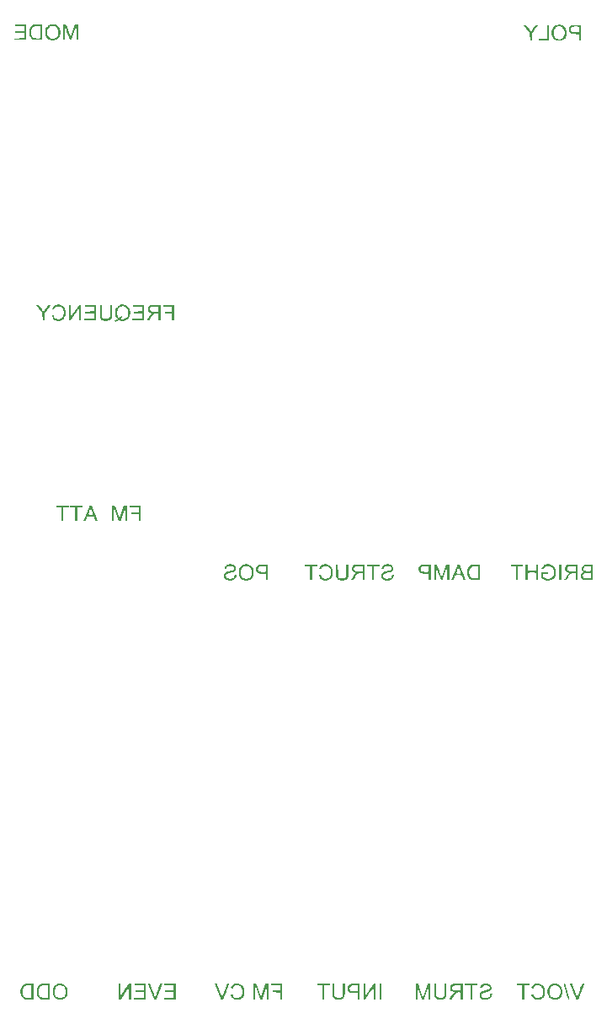
<source format=gbo>
G04 DipTrace 4.0.0.0*
G04 rangoon_panel_plugg.GBO*
%MOIN*%
G04 #@! TF.FileFunction,Legend,Bot*
G04 #@! TF.Part,Single*
%FSLAX26Y26*%
G04*
G70*
G90*
G75*
G01*
G04 BotSilk*
%LPD*%
G36*
X2580168Y3030118D2*
X2576231Y3029331D1*
X2571507Y3027756D1*
X2569932Y3026969D1*
X2567570Y3025394D1*
X2563633Y3021457D1*
X2562058Y3019094D1*
X2561270Y3017520D1*
X2560483Y3015157D1*
X2559696Y3013583D1*
Y3012008D1*
X2565995Y3010433D1*
X2566782Y3011220D1*
X2567570Y3012795D1*
X2568357Y3015157D1*
Y3015945D1*
X2572294Y3019882D1*
X2573869Y3020669D1*
X2574656Y3021457D1*
X2577018Y3022244D1*
X2580168Y3023031D1*
X2583580Y3023819D1*
X2586992D1*
X2590404Y3023031D1*
X2593554Y3022244D1*
X2595916Y3021457D1*
X2599066Y3019882D1*
X2603790Y3015157D1*
Y3014370D1*
X2605365Y3012008D1*
X2606940Y3007283D1*
X2607727Y3003346D1*
X2608514Y3002559D1*
Y2993898D1*
X2607727Y2993110D1*
X2606940Y2988386D1*
X2606152Y2986024D1*
X2604577Y2982874D1*
Y2982087D1*
X2599853Y2977362D1*
X2593554Y2974213D1*
X2590404Y2973425D1*
X2586730Y2972638D1*
X2583055D1*
X2579381Y2973425D1*
X2576231Y2974213D1*
X2573869Y2975000D1*
X2569144Y2977362D1*
X2568357Y2978150D1*
X2566782Y2978937D1*
X2565995Y2979724D1*
Y2991535D1*
X2584105Y2992323D1*
Y2998622D1*
X2558908D1*
Y2975787D1*
X2560483Y2974213D1*
X2562845Y2972638D1*
X2566782Y2970276D1*
X2570719Y2968701D1*
X2575444Y2967126D1*
X2579381Y2966339D1*
X2589617D1*
X2593554Y2967126D1*
X2598278Y2968701D1*
X2603003Y2971063D1*
X2605365Y2972638D1*
X2610089Y2977362D1*
X2611664Y2979724D1*
X2614026Y2984449D1*
X2614814Y2986811D1*
X2615601Y2989961D1*
X2616388Y2995472D1*
Y3000197D1*
X2615601Y3005709D1*
X2614814Y3008858D1*
X2613239Y3013583D1*
X2611664Y3016732D1*
X2610089Y3019094D1*
X2604577Y3024606D1*
X2602215Y3026181D1*
X2599066Y3027756D1*
X2594341Y3029331D1*
X2590404Y3030118D1*
X2580168D1*
G37*
G36*
X2436861Y3029331D2*
Y3023031D1*
X2458121Y3022244D1*
Y2967126D1*
X2465207D1*
Y3022244D1*
X2486467Y3023031D1*
Y3029331D1*
X2436861D1*
G37*
G36*
X2496703D2*
Y2967126D1*
X2503790D1*
Y2996260D1*
X2515076Y2997047D1*
X2526362D1*
X2537648Y2996260D1*
Y2967126D1*
X2545522D1*
Y3029331D1*
X2537648D1*
Y3004134D1*
X2526362Y3003346D1*
X2515076D1*
X2503790Y3004134D1*
Y3029331D1*
X2496703D1*
G37*
G36*
X2629774D2*
Y2967126D1*
X2636861D1*
Y3029331D1*
X2629774D1*
G37*
G36*
X2654971Y3022244D2*
X2654712Y3021289D1*
X2654184Y3020669D1*
X2653396Y3019094D1*
X2652609Y3016732D1*
Y3008858D1*
X2653396Y3006496D1*
X2654971Y3003346D1*
X2658121Y3000197D1*
X2660483Y2998622D1*
X2665207Y2997047D1*
X2668357Y2996260D1*
X2668866Y2995194D1*
X2668357Y2994685D1*
X2666782Y2993898D1*
X2660483Y2987598D1*
X2658121Y2984449D1*
X2657333Y2982874D1*
X2654184Y2978150D1*
X2653396Y2976575D1*
X2650247Y2971850D1*
X2649459Y2970276D1*
X2647885Y2967913D1*
Y2967126D1*
X2657333D1*
X2658908Y2969488D1*
X2659696Y2971063D1*
X2664420Y2978150D1*
X2665207Y2979724D1*
X2669932Y2986811D1*
Y2987598D1*
X2675444Y2993110D1*
X2678593Y2994685D1*
X2683843Y2995472D1*
X2689092D1*
X2694341Y2994685D1*
Y2967126D1*
X2702215D1*
Y3029331D1*
X2667570D1*
X2663633Y3028543D1*
X2661270Y3027756D1*
X2659696Y3026969D1*
X2654971Y3022244D1*
X2669144D1*
X2677543Y3023031D1*
X2685942D1*
X2694341Y3022244D1*
Y3002559D1*
X2686205Y3001772D1*
X2678068D1*
X2669932Y3002559D1*
X2666782Y3003346D1*
X2663633Y3004921D1*
X2662058Y3006496D1*
Y3007283D1*
X2660483Y3008858D1*
Y3015945D1*
X2661270Y3016732D1*
Y3017520D1*
X2664420Y3020669D1*
X2665995Y3021457D1*
X2669144Y3022244D1*
X2654971D1*
G37*
G36*
X2718751Y2995472D2*
X2717176Y2993898D1*
X2715601Y2990748D1*
X2714814Y2988386D1*
Y2980512D1*
X2715601Y2978150D1*
X2717176Y2975000D1*
X2721900Y2970276D1*
X2725050Y2968701D1*
X2727412Y2967913D1*
X2731349Y2967126D1*
X2761270D1*
Y3029331D1*
X2732924D1*
X2728987Y3028543D1*
X2724262Y3026181D1*
X2720325Y3022244D1*
X2732924D1*
X2740010Y3023031D1*
X2747097D1*
X2754184Y3022244D1*
Y3003346D1*
X2747097Y3002559D1*
X2740010D1*
X2732924Y3003346D1*
X2730562Y3004134D1*
X2727412Y3005709D1*
X2726478Y3006594D1*
X2726625Y3007283D1*
X2725837Y3008858D1*
X2725050Y3009646D1*
Y3015157D1*
X2725837Y3015945D1*
X2727412Y3019094D1*
X2729774Y3021457D1*
X2732924Y3022244D1*
X2720325D1*
X2717963Y3017520D1*
Y3009646D1*
X2718751Y3007283D1*
X2719538Y3005709D1*
X2724262Y3000984D1*
X2725837Y3000197D1*
X2725050Y2999409D1*
X2721900Y2997835D1*
X2719538Y2996260D1*
X2718751Y2995472D1*
X2732136D1*
X2739486Y2996260D1*
X2746835D1*
X2754184Y2995472D1*
Y2974213D1*
X2746572Y2973425D1*
X2738961D1*
X2731349Y2974213D1*
X2728199Y2975000D1*
X2726625Y2975787D1*
X2724262Y2978150D1*
Y2978937D1*
X2723475Y2980512D1*
X2722688Y2981299D1*
Y2988386D1*
X2723475Y2989173D1*
X2724262Y2990748D1*
Y2991535D1*
X2725837Y2993110D1*
X2728987Y2994685D1*
X2732136Y2995472D1*
X2718751D1*
G37*
G36*
X2539223Y1371850D2*
X2535286Y1371063D1*
X2532924Y1370276D1*
X2529774Y1368701D1*
X2527412Y1367126D1*
X2523475Y1363189D1*
X2521900Y1360827D1*
X2519538Y1356102D1*
Y1354528D1*
X2520325Y1353740D1*
X2524262Y1352953D1*
X2526625D1*
X2527412Y1353740D1*
X2528199Y1356102D1*
X2529774Y1358465D1*
Y1359252D1*
X2532136Y1361614D1*
X2533711Y1362402D1*
X2534499Y1363189D1*
X2536073Y1363976D1*
X2539223Y1364764D1*
X2542635Y1365551D1*
X2546047D1*
X2549459Y1364764D1*
X2554184Y1363189D1*
X2555759Y1362402D1*
X2557333Y1360827D1*
X2558908Y1360039D1*
X2559542Y1359023D1*
X2559696Y1358465D1*
X2562058Y1355315D1*
X2563633Y1350591D1*
X2564420Y1347441D1*
X2565207Y1346654D1*
Y1333268D1*
X2564420Y1332480D1*
X2563633Y1329331D1*
X2562058Y1324606D1*
X2560483Y1322244D1*
Y1321457D1*
X2558121Y1319094D1*
X2556546Y1318307D1*
X2555759Y1317520D1*
X2554184Y1316732D1*
X2549459Y1315157D1*
X2546310Y1314370D1*
X2543160D1*
X2536861Y1315945D1*
X2533711Y1317520D1*
X2528199Y1323031D1*
Y1323819D1*
X2527412Y1325394D1*
X2525837Y1330118D1*
X2524262D1*
X2521113Y1329331D1*
X2518751Y1328543D1*
X2517963Y1327756D1*
X2518751Y1325394D1*
X2521900Y1319094D1*
X2523475Y1316732D1*
X2526625Y1313583D1*
X2531349Y1310433D1*
X2536073Y1308858D1*
X2539223Y1308071D1*
X2549459D1*
X2553396Y1308858D1*
X2555759Y1309646D1*
X2560483Y1312008D1*
X2562845Y1313583D1*
X2565207Y1315945D1*
X2567570Y1319094D1*
X2570719Y1325394D1*
X2571507Y1327756D1*
X2572294Y1330906D1*
X2573081Y1334843D1*
Y1345866D1*
X2572294Y1349803D1*
X2571507Y1352953D1*
X2570719Y1354528D1*
X2569932Y1356890D1*
X2569144Y1358465D1*
X2567570Y1360827D1*
X2562058Y1366339D1*
X2559696Y1367913D1*
X2556546Y1369488D1*
X2551822Y1371063D1*
X2548672Y1371850D1*
X2539223D1*
G37*
G36*
X2591979Y1364764D2*
X2588829Y1361614D1*
X2587255Y1359252D1*
X2584105Y1352953D1*
X2582530Y1346654D1*
Y1333268D1*
X2584105Y1326969D1*
X2587255Y1320669D1*
X2588829Y1318307D1*
X2592766Y1314370D1*
X2597491Y1311220D1*
X2599066Y1310433D1*
X2603790Y1308858D1*
X2607727Y1308071D1*
X2616388D1*
X2620325Y1308858D1*
X2625050Y1310433D1*
X2626625Y1311220D1*
X2628987Y1312795D1*
X2632136Y1315157D1*
X2634499Y1317520D1*
X2636861Y1320669D1*
X2639223Y1325394D1*
X2640798Y1330118D1*
X2641585Y1333268D1*
Y1345866D1*
X2640798Y1349803D1*
X2640010Y1352953D1*
X2636861Y1359252D1*
X2635286Y1361614D1*
X2631349Y1365551D1*
X2628199Y1367913D1*
X2625050Y1369488D1*
X2620325Y1371063D1*
X2617176Y1371850D1*
X2607727D1*
X2603790Y1371063D1*
X2599066Y1369488D1*
X2597491Y1368701D1*
X2592766Y1365551D1*
X2591979Y1364764D1*
X2606940D1*
X2610352Y1365551D1*
X2613764D1*
X2617176Y1364764D1*
X2621900Y1363189D1*
X2623475Y1362402D1*
X2624262Y1361614D1*
X2625837Y1360827D1*
X2629774Y1356890D1*
Y1356102D1*
X2631349Y1353740D1*
X2632136Y1351378D1*
X2632924Y1348228D1*
X2633711Y1347441D1*
Y1332480D1*
X2632924Y1331693D1*
X2632136Y1328543D1*
X2629774Y1323819D1*
Y1323031D1*
X2625837Y1319094D1*
X2624262Y1318307D1*
X2623475Y1317520D1*
X2621900Y1316732D1*
X2617176Y1315157D1*
X2613764Y1314370D1*
X2610352D1*
X2606940Y1315157D1*
X2602215Y1316732D1*
X2600640Y1317520D1*
X2599853Y1318307D1*
X2598278Y1319094D1*
X2594341Y1323031D1*
Y1323819D1*
X2591979Y1328543D1*
X2591192Y1331693D1*
X2590404Y1332480D1*
Y1347441D1*
X2591192Y1348228D1*
X2592766Y1352953D1*
X2593554Y1354528D1*
X2595129Y1356890D1*
Y1357677D1*
X2598278Y1360827D1*
X2599853Y1361614D1*
X2600640Y1362402D1*
X2602215Y1363189D1*
X2606940Y1364764D1*
X2591979D1*
G37*
G36*
X2462058Y1371063D2*
Y1364764D1*
X2483318Y1363976D1*
Y1308858D1*
X2490404D1*
Y1363976D1*
X2511664Y1364764D1*
Y1371063D1*
X2462058D1*
G37*
G36*
X2647097D2*
Y1369488D1*
X2647885Y1367126D1*
X2648672Y1363976D1*
X2649459Y1361614D1*
X2650247Y1358465D1*
X2651034Y1356102D1*
X2651822Y1352953D1*
X2652609Y1350591D1*
X2653396Y1347441D1*
X2654971Y1342717D1*
X2655759Y1339567D1*
X2656546Y1337205D1*
X2657333Y1334055D1*
X2658121Y1331693D1*
X2658908Y1328543D1*
X2659696Y1326181D1*
X2660483Y1323031D1*
X2661270Y1320669D1*
X2662058Y1317520D1*
X2663633Y1312795D1*
X2664420Y1309646D1*
X2665207Y1308858D1*
X2669932D1*
Y1311220D1*
X2669144Y1313583D1*
X2668357Y1316732D1*
X2667570Y1319094D1*
X2666782Y1322244D1*
X2665995Y1324606D1*
X2665207Y1327756D1*
X2663633Y1332480D1*
X2662845Y1335630D1*
X2662058Y1337992D1*
X2661270Y1341142D1*
X2660483Y1343504D1*
X2659696Y1346654D1*
X2658908Y1349016D1*
X2658121Y1352165D1*
X2657333Y1354528D1*
X2656546Y1357677D1*
X2654971Y1362402D1*
X2654184Y1365551D1*
X2653396Y1367913D1*
X2652609Y1371063D1*
X2647097D1*
G37*
G36*
X2672294D2*
Y1370276D1*
X2673081Y1368701D1*
X2674656Y1363976D1*
X2675444Y1362402D1*
X2676231Y1360039D1*
X2677018Y1358465D1*
X2677806Y1356102D1*
X2678593Y1354528D1*
X2679381Y1352165D1*
X2680168Y1350591D1*
X2680955Y1348228D1*
X2681743Y1346654D1*
X2682530Y1344291D1*
X2683318Y1342717D1*
X2684105Y1340354D1*
X2684892Y1338780D1*
X2685680Y1336417D1*
X2686467Y1334843D1*
X2687255Y1332480D1*
X2688042Y1330906D1*
X2688829Y1328543D1*
X2689617Y1326969D1*
X2690404Y1324606D1*
X2691192Y1323031D1*
X2691979Y1320669D1*
X2692766Y1319094D1*
X2693554Y1316732D1*
X2694341Y1315157D1*
X2695129Y1312795D1*
X2695916Y1311220D1*
X2696703Y1308858D1*
X2704577D1*
X2706152Y1312008D1*
X2706940Y1314370D1*
X2707727Y1315945D1*
X2708514Y1318307D1*
X2709302Y1319882D1*
X2710877Y1324606D1*
X2711664Y1326181D1*
X2712451Y1328543D1*
X2713239Y1330118D1*
X2714026Y1332480D1*
X2714814Y1334055D1*
X2716388Y1338780D1*
X2717176Y1340354D1*
X2717963Y1342717D1*
X2718751Y1344291D1*
X2719538Y1346654D1*
X2720325Y1348228D1*
X2721900Y1352953D1*
X2722688Y1354528D1*
X2723475Y1356890D1*
X2724262Y1358465D1*
X2725050Y1360827D1*
X2725837Y1362402D1*
X2727412Y1367126D1*
X2728199Y1368701D1*
X2728987Y1371063D1*
X2721113D1*
X2720325Y1370276D1*
X2719538Y1368701D1*
X2717176Y1361614D1*
X2716388Y1360039D1*
X2713239Y1350591D1*
X2712451Y1349016D1*
X2710089Y1341929D1*
X2709302Y1340354D1*
X2706940Y1333268D1*
X2706152Y1331693D1*
X2701428Y1317520D1*
X2701228Y1316591D1*
X2700594Y1315872D1*
X2700187Y1316005D1*
X2699853Y1316732D1*
Y1318307D1*
X2697491Y1325394D1*
X2696703Y1326969D1*
X2695129Y1331693D1*
X2694341Y1333268D1*
X2693554Y1335630D1*
X2692766Y1337205D1*
X2691192Y1341929D1*
X2690404Y1343504D1*
X2688829Y1348228D1*
X2688042Y1349803D1*
X2687255Y1352165D1*
X2686467Y1353740D1*
X2684892Y1358465D1*
X2684105Y1360039D1*
X2682530Y1364764D1*
X2681743Y1366339D1*
X2680168Y1371063D1*
X2672294D1*
G37*
G36*
X2333711Y1371850D2*
X2330562Y1371063D1*
X2325837Y1369488D1*
X2324262Y1368701D1*
X2321900Y1367126D1*
X2319538Y1364764D1*
X2317963Y1362402D1*
X2317176Y1360827D1*
X2315601Y1356102D1*
Y1353740D1*
X2322688D1*
X2323475Y1355315D1*
X2324262Y1358465D1*
Y1359252D1*
X2327412Y1362402D1*
X2330562Y1363976D1*
X2332924Y1364764D1*
X2336861Y1365551D1*
X2340798D1*
X2344735Y1364764D1*
X2349459Y1363189D1*
X2352609Y1360039D1*
Y1359252D1*
X2353396Y1358465D1*
Y1352953D1*
X2352609Y1352165D1*
Y1351378D1*
X2351034Y1349803D1*
X2347885Y1348228D1*
X2343160Y1346654D1*
X2336861Y1345079D1*
X2332924Y1344291D1*
X2327412Y1342717D1*
X2325050Y1341929D1*
X2321900Y1340354D1*
X2319538Y1338780D1*
X2316388Y1335630D1*
X2314026Y1330906D1*
Y1322244D1*
X2314814Y1319882D1*
X2315601Y1318307D1*
X2317176Y1315945D1*
X2320325Y1312795D1*
X2322688Y1311220D1*
X2325837Y1309646D1*
X2328199Y1308858D1*
X2332136Y1308071D1*
X2342373D1*
X2346310Y1308858D1*
X2351034Y1310433D1*
X2352609Y1311220D1*
X2354971Y1312795D1*
X2358908Y1316732D1*
X2360483Y1319094D1*
X2362058Y1322244D1*
X2362845Y1324606D1*
X2363633Y1330118D1*
X2356546D1*
X2355759Y1328543D1*
X2354971Y1325394D1*
X2353396Y1322244D1*
Y1321457D1*
X2350247Y1318307D1*
X2345522Y1315945D1*
X2342373Y1315157D1*
X2338961Y1314370D1*
X2335549D1*
X2332136Y1315157D1*
X2328987Y1315945D1*
X2325837Y1317520D1*
X2321900Y1321457D1*
Y1322244D1*
X2321113Y1323031D1*
Y1328543D1*
X2321900Y1329331D1*
Y1330118D1*
X2324262Y1332480D1*
X2327412Y1334055D1*
X2332136Y1335630D1*
X2344735Y1338780D1*
X2351822Y1341142D1*
X2356546Y1344291D1*
X2357333Y1345079D1*
X2358908Y1347441D1*
X2360483Y1350591D1*
X2361270Y1354528D1*
Y1355315D1*
X2360483Y1359252D1*
X2359696Y1361614D1*
X2358908Y1363189D1*
X2353396Y1368701D1*
X2351822Y1369488D1*
X2347097Y1371063D1*
X2343948Y1371850D1*
X2333711D1*
G37*
G36*
X2060483Y1371063D2*
Y1308858D1*
X2067570D1*
Y1360827D1*
X2068158Y1361332D1*
X2068556Y1361266D1*
X2069004Y1360615D1*
X2069144Y1360039D1*
X2078593Y1331693D1*
X2079381Y1330118D1*
X2086467Y1308858D1*
X2093554D1*
X2095129Y1312008D1*
X2108514Y1352165D1*
X2109302Y1353740D1*
X2110877Y1358465D1*
Y1360039D1*
X2111465Y1360545D1*
X2111873Y1360499D1*
X2112451Y1360039D1*
Y1308858D1*
X2119538D1*
Y1371063D1*
X2107727D1*
X2090404Y1319094D1*
X2090204Y1318166D1*
X2089571Y1317447D1*
X2089163Y1317580D1*
X2088829Y1318307D1*
Y1319882D1*
X2076231Y1357677D1*
X2075444Y1359252D1*
X2071507Y1371063D1*
X2060483D1*
G37*
G36*
X2134499D2*
Y1326969D1*
X2135286Y1323031D1*
X2136073Y1320669D1*
X2137648Y1317520D1*
X2139223Y1315157D1*
X2140798Y1313583D1*
X2143948Y1311220D1*
X2147097Y1309646D1*
X2149459Y1308858D1*
X2153396Y1308071D1*
X2163633D1*
X2167570Y1308858D1*
X2172294Y1310433D1*
X2173869Y1311220D1*
X2177018Y1313583D1*
X2177806Y1314370D1*
X2179381Y1316732D1*
X2181743Y1321457D1*
X2182530Y1324606D1*
X2183318Y1330118D1*
Y1371063D1*
X2175444D1*
X2174656Y1326181D1*
X2173869Y1323819D1*
Y1322244D1*
X2169932Y1318307D1*
X2166782Y1316732D1*
X2164420Y1315945D1*
X2160745Y1315157D1*
X2157071D1*
X2153396Y1315945D1*
X2150247Y1316732D1*
X2147097Y1318307D1*
X2144735Y1320669D1*
Y1321457D1*
X2143948Y1323031D1*
X2143160Y1325394D1*
X2142373Y1330906D1*
X2141585Y1371063D1*
X2134499D1*
G37*
G36*
X2199853Y1363976D2*
X2199594Y1363021D1*
X2199066Y1362402D1*
X2198278Y1360827D1*
X2197491Y1358465D1*
Y1350591D1*
X2198278Y1348228D1*
X2199853Y1345079D1*
X2203003Y1341929D1*
X2205365Y1340354D1*
X2210089Y1338780D1*
X2213239Y1337992D1*
X2213748Y1336926D1*
X2213239Y1336417D1*
X2211664Y1335630D1*
X2205365Y1329331D1*
X2203003Y1326181D1*
X2202215Y1324606D1*
X2199066Y1319882D1*
X2198278Y1318307D1*
X2195129Y1313583D1*
X2194341Y1312008D1*
X2192766Y1309646D1*
Y1308858D1*
X2202215D1*
X2203790Y1311220D1*
X2204577Y1312795D1*
X2209302Y1319882D1*
X2210089Y1321457D1*
X2214814Y1328543D1*
Y1329331D1*
X2220325Y1334843D1*
X2223475Y1336417D1*
X2228724Y1337205D1*
X2233974D1*
X2239223Y1336417D1*
Y1308858D1*
X2247097D1*
Y1371063D1*
X2212451D1*
X2208514Y1370276D1*
X2206152Y1369488D1*
X2204577Y1368701D1*
X2199853Y1363976D1*
X2214026D1*
X2222425Y1364764D1*
X2230824D1*
X2239223Y1363976D1*
Y1344291D1*
X2231087Y1343504D1*
X2222950D1*
X2214814Y1344291D1*
X2211664Y1345079D1*
X2208514Y1346654D1*
X2206940Y1348228D1*
Y1349016D1*
X2205365Y1350591D1*
Y1357677D1*
X2206152Y1358465D1*
Y1359252D1*
X2209302Y1362402D1*
X2210877Y1363189D1*
X2214026Y1363976D1*
X2199853D1*
G37*
G36*
X2256546Y1371063D2*
Y1364764D1*
X2277806Y1363976D1*
Y1308858D1*
X2284892D1*
Y1363976D1*
X2306152Y1364764D1*
Y1371063D1*
X2256546D1*
G37*
G36*
X637648Y3262402D2*
Y3256102D1*
X658908Y3255315D1*
Y3200197D1*
X665995D1*
Y3255315D1*
X687255Y3256102D1*
Y3262402D1*
X637648D1*
G37*
G36*
X691979D2*
Y3256102D1*
X713239Y3255315D1*
Y3200197D1*
X720325D1*
Y3255315D1*
X741585Y3256102D1*
Y3262402D1*
X691979D1*
G37*
G36*
X766782Y3254528D2*
Y3252953D1*
X765995Y3252165D1*
X764420Y3249016D1*
X763633Y3246654D1*
X762845Y3245079D1*
X762058Y3242717D1*
X761270Y3241142D1*
X760483Y3238780D1*
X758908Y3235630D1*
X758121Y3233268D1*
X757333Y3231693D1*
X756546Y3229331D1*
X754971Y3226181D1*
X754184Y3223819D1*
X753396Y3222244D1*
X752609Y3219882D1*
X751034Y3216732D1*
X750247Y3214370D1*
X749459Y3212795D1*
X748672Y3210433D1*
X747885Y3208858D1*
X747097Y3206496D1*
X745522Y3203346D1*
X744735Y3200984D1*
Y3200197D1*
X753396D1*
X754184Y3202559D1*
X754971Y3204134D1*
X755759Y3206496D1*
X756546Y3208071D1*
X757333Y3210433D1*
X758121Y3212008D1*
X759696Y3216732D1*
X760483Y3218307D1*
Y3219094D1*
X769669Y3219882D1*
X778856D1*
X788042Y3219094D1*
Y3217520D1*
X788829Y3215157D1*
X789617Y3213583D1*
X791979Y3206496D1*
X792766Y3204921D1*
X794341Y3200197D1*
X803003D1*
X802215Y3201772D1*
X801428Y3204134D1*
X800640Y3205709D1*
X799853Y3208071D1*
X799066Y3209646D1*
X797491Y3214370D1*
X796703Y3215945D1*
X795916Y3218307D1*
X795129Y3219882D1*
X794341Y3222244D1*
X793554Y3223819D1*
X791979Y3228543D1*
X791192Y3230118D1*
X790404Y3232480D1*
X789617Y3234055D1*
X788829Y3236417D1*
X788042Y3237992D1*
X786467Y3242717D1*
X785680Y3244291D1*
X784892Y3246654D1*
X784105Y3248228D1*
X783318Y3250591D1*
X782530Y3252165D1*
X780955Y3256890D1*
X780168Y3258465D1*
X779381Y3260827D1*
X778593Y3262402D1*
X770719D1*
X769932Y3261614D1*
X768357Y3258465D1*
X767570Y3256102D1*
X766782Y3254528D1*
X773869D1*
X774457Y3255033D1*
X774865Y3254987D1*
X775444Y3254528D1*
Y3252953D1*
X776231Y3249803D1*
X778593Y3242717D1*
X779381Y3241142D1*
X780955Y3236417D1*
X781743Y3234843D1*
X783318Y3230118D1*
X784105Y3228543D1*
X784739Y3227527D1*
X784892Y3226969D1*
X777806Y3226181D1*
X770719D1*
X763633Y3226969D1*
X763786Y3227527D1*
X764420Y3228543D1*
X765207Y3230906D1*
X765995Y3232480D1*
X766782Y3234843D1*
X767570Y3236417D1*
X769144Y3241142D1*
X769932Y3242717D1*
X771507Y3247441D1*
X772294Y3249016D1*
X773869Y3253740D1*
Y3254528D1*
X766782D1*
G37*
G36*
X858908Y3262402D2*
Y3200197D1*
X865995D1*
Y3252165D1*
X866583Y3252671D1*
X866981Y3252605D1*
X867429Y3251954D1*
X867570Y3251378D1*
X877018Y3223031D1*
X877806Y3221457D1*
X884892Y3200197D1*
X891979D1*
X893554Y3203346D1*
X906940Y3243504D1*
X907727Y3245079D1*
X909302Y3249803D1*
Y3251378D1*
X909890Y3251884D1*
X910298Y3251838D1*
X910877Y3251378D1*
Y3200197D1*
X917963D1*
Y3262402D1*
X906152D1*
X888829Y3210433D1*
X888629Y3209504D1*
X887996Y3208786D1*
X887588Y3208918D1*
X887255Y3209646D1*
Y3211220D1*
X874656Y3249016D1*
X873869Y3250591D1*
X869932Y3262402D1*
X858908D1*
G37*
G36*
X929774D2*
Y3256102D1*
X963633Y3255315D1*
Y3235630D1*
X934499Y3234843D1*
Y3228543D1*
X963633Y3227756D1*
Y3200197D1*
X971507D1*
Y3262402D1*
X929774D1*
G37*
G36*
X640798Y4056890D2*
X636861Y4056102D1*
X634499Y4055315D1*
X631349Y4053740D1*
X628987Y4052165D1*
X625050Y4048228D1*
X623475Y4045866D1*
X621113Y4041142D1*
Y4039567D1*
X621900Y4038780D1*
X625837Y4037992D1*
X628199D1*
X628987Y4038780D1*
X629774Y4041142D1*
X631349Y4043504D1*
Y4044291D1*
X633711Y4046654D1*
X635286Y4047441D1*
X636073Y4048228D1*
X637648Y4049016D1*
X640798Y4049803D1*
X644210Y4050591D1*
X647622D1*
X651034Y4049803D1*
X655759Y4048228D1*
X657333Y4047441D1*
X658908Y4045866D1*
X660483Y4045079D1*
X661117Y4044062D1*
X661270Y4043504D1*
X663633Y4040354D1*
X665207Y4035630D1*
X665995Y4032480D1*
X666782Y4031693D1*
Y4018307D1*
X665995Y4017520D1*
X665207Y4014370D1*
X663633Y4009646D1*
X662058Y4007283D1*
Y4006496D1*
X659696Y4004134D1*
X658121Y4003346D1*
X657333Y4002559D1*
X655759Y4001772D1*
X651034Y4000197D1*
X647885Y3999409D1*
X644735D1*
X638436Y4000984D1*
X635286Y4002559D1*
X629774Y4008071D1*
Y4008858D1*
X628987Y4010433D1*
X627412Y4015157D1*
X625837D1*
X622688Y4014370D1*
X620325Y4013583D1*
X619538Y4012795D1*
X620325Y4010433D1*
X623475Y4004134D1*
X625050Y4001772D1*
X628199Y3998622D1*
X632924Y3995472D1*
X637648Y3993898D1*
X640798Y3993110D1*
X651034D1*
X654971Y3993898D1*
X657333Y3994685D1*
X662058Y3997047D1*
X664420Y3998622D1*
X666782Y4000984D1*
X669144Y4004134D1*
X672294Y4010433D1*
X673081Y4012795D1*
X673869Y4015945D1*
X674656Y4019882D1*
Y4030906D1*
X673869Y4034843D1*
X673081Y4037992D1*
X672294Y4039567D1*
X671507Y4041929D1*
X670719Y4043504D1*
X669144Y4045866D1*
X663633Y4051378D1*
X661270Y4052953D1*
X658121Y4054528D1*
X653396Y4056102D1*
X650247Y4056890D1*
X640798D1*
G37*
G36*
X880955Y4049803D2*
X877018Y4045866D1*
X875444Y4043504D1*
X873081Y4038780D1*
X872294Y4036417D1*
X871507Y4033268D1*
X870719Y4026969D1*
Y4023031D1*
X871507Y4016732D1*
X872294Y4013583D1*
X873081Y4011220D1*
X875444Y4006496D1*
X877018Y4004134D1*
X880168Y4000984D1*
Y4000197D1*
X878593Y3999409D1*
X869932Y3994685D1*
Y3993898D1*
X870719Y3992323D1*
X871507Y3989961D1*
X872294Y3989173D1*
X874656Y3989961D1*
X880955Y3993110D1*
X883318Y3994685D1*
X884892Y3996260D1*
X885626Y3995998D1*
X886467Y3995472D1*
X888829Y3994685D1*
X891979Y3993898D1*
X895916Y3993110D1*
X905365D1*
X909302Y3993898D1*
X911664Y3994685D1*
X916388Y3997047D1*
X918751Y3998622D1*
X924262Y4004134D1*
X925837Y4006496D1*
X928199Y4011220D1*
X929774Y4015945D1*
X930562Y4020669D1*
Y4029331D1*
X929774Y4034055D1*
X928199Y4038780D1*
X925050Y4045079D1*
X917963Y4052165D1*
X911664Y4055315D1*
X909302Y4056102D1*
X905365Y4056890D1*
X895916D1*
X889617Y4055315D1*
X884892Y4052953D1*
X882530Y4051378D1*
X880955Y4049803D1*
X895916D1*
X899066Y4050591D1*
X902215D1*
X908514Y4049016D1*
X910877Y4048228D1*
X911664Y4047441D1*
X914026Y4045866D1*
X915601Y4045079D1*
X917963Y4042717D1*
Y4041929D1*
X919538Y4039567D1*
X920325Y4037992D1*
X921113Y4035630D1*
X921900Y4031693D1*
X922688Y4030906D1*
Y4019094D1*
X921900Y4018307D1*
X921113Y4015157D1*
X920325Y4012795D1*
X918751Y4009646D1*
X917176Y4007283D1*
X916917Y4006328D1*
X916388Y4005709D1*
X914814Y4004921D1*
X913239Y4003346D1*
X908514Y4000984D1*
X902215Y3999409D1*
X899066D1*
X892766Y4000984D1*
X891979Y4001772D1*
X896703Y4004134D1*
X899066Y4004921D1*
X899853Y4005709D1*
Y4006496D1*
X899066Y4008858D1*
X898278Y4010433D1*
X896703D1*
X894341Y4009646D1*
X889617Y4007283D1*
X887255Y4004921D1*
X886467D1*
X882530Y4008858D1*
Y4009646D1*
X880955Y4012795D1*
X880168Y4015945D1*
X879381Y4019882D1*
X878593Y4020669D1*
Y4029331D1*
X879381Y4030118D1*
X880168Y4034055D1*
X881743Y4038780D1*
X882530Y4040354D1*
Y4041142D1*
X888042Y4046654D1*
X892766Y4049016D1*
X895916Y4049803D1*
X880955D1*
G37*
G36*
X559696Y4056102D2*
Y4055315D1*
X569144Y4041142D1*
X571507Y4037992D1*
X580955Y4023819D1*
X583318Y4020669D1*
X584105Y3993898D1*
X591192D1*
Y4020669D1*
X592766Y4022244D1*
X610089Y4048228D1*
X610877Y4049803D1*
X614026Y4054528D1*
X614814Y4056102D1*
X605365D1*
X602215Y4051378D1*
X601428Y4049803D1*
X596703Y4042717D1*
X595916Y4041142D1*
X592766Y4036417D1*
X591979Y4034843D1*
X590404Y4032480D1*
X589617Y4030906D1*
X588042Y4028543D1*
X587755Y4027575D1*
X586917Y4026904D1*
X586205Y4027029D1*
X585417Y4027950D1*
X585680Y4028543D1*
X584105Y4031693D1*
X580955Y4036417D1*
X580168Y4037992D1*
X573869Y4047441D1*
X573081Y4049016D1*
X568357Y4056102D1*
X559696D1*
G37*
G36*
X687255D2*
Y3993898D1*
X695129D1*
X695916Y3994685D1*
X716388Y4025394D1*
X718751Y4028543D1*
X726625Y4040354D1*
X727021Y4041137D1*
X727448Y4041864D1*
X728007Y4042422D1*
X728409Y4042385D1*
X728987Y4041929D1*
Y3993898D1*
X736073D1*
Y4056102D1*
X728199D1*
X727412Y4055315D1*
X721113Y4045866D1*
X718751Y4042717D1*
X696703Y4009646D1*
X696306Y4008856D1*
X695849Y4008034D1*
X695080Y4007214D1*
X694675Y4007343D1*
X694341Y4008071D1*
Y4056102D1*
X687255D1*
G37*
G36*
X750247D2*
Y4049803D1*
X787255Y4049016D1*
Y4030118D1*
X752609Y4029331D1*
Y4023031D1*
X787255Y4022244D1*
Y4000984D1*
X748672Y4000197D1*
Y3993898D1*
X795129D1*
Y4056102D1*
X750247D1*
G37*
G36*
X810089D2*
Y4012008D1*
X810877Y4008071D1*
X811664Y4005709D1*
X813239Y4002559D1*
X814814Y4000197D1*
X816388Y3998622D1*
X819538Y3996260D1*
X822688Y3994685D1*
X825050Y3993898D1*
X828987Y3993110D1*
X839223D1*
X843160Y3993898D1*
X847885Y3995472D1*
X849459Y3996260D1*
X852609Y3998622D1*
X853396Y3999409D1*
X854971Y4001772D1*
X857333Y4006496D1*
X858121Y4009646D1*
X858908Y4015157D1*
Y4056102D1*
X851034D1*
X850247Y4011220D1*
X849459Y4008858D1*
Y4007283D1*
X845522Y4003346D1*
X842373Y4001772D1*
X840010Y4000984D1*
X836336Y4000197D1*
X832661D1*
X828987Y4000984D1*
X825837Y4001772D1*
X822688Y4003346D1*
X820325Y4005709D1*
Y4006496D1*
X819538Y4008071D1*
X818751Y4010433D1*
X817963Y4015945D1*
X817176Y4056102D1*
X810089D1*
G37*
G36*
X941585D2*
Y4049803D1*
X978593Y4049016D1*
Y4030118D1*
X943948Y4029331D1*
Y4023031D1*
X978593Y4022244D1*
Y4000984D1*
X940010Y4000197D1*
Y3993898D1*
X986467D1*
Y4056102D1*
X941585D1*
G37*
G36*
X1003003Y4049016D2*
X1002744Y4048060D1*
X1002215Y4047441D1*
X1001428Y4045866D1*
X1000640Y4043504D1*
Y4035630D1*
X1001428Y4033268D1*
X1003003Y4030118D1*
X1006152Y4026969D1*
X1008514Y4025394D1*
X1013239Y4023819D1*
X1016388Y4023031D1*
X1016897Y4021966D1*
X1016388Y4021457D1*
X1014814Y4020669D1*
X1008514Y4014370D1*
X1006152Y4011220D1*
X1005365Y4009646D1*
X1002215Y4004921D1*
X1001428Y4003346D1*
X998278Y3998622D1*
X997491Y3997047D1*
X995916Y3994685D1*
Y3993898D1*
X1005365D1*
X1006940Y3996260D1*
X1007727Y3997835D1*
X1012451Y4004921D1*
X1013239Y4006496D1*
X1017963Y4013583D1*
Y4014370D1*
X1023475Y4019882D1*
X1026625Y4021457D1*
X1031874Y4022244D1*
X1037123D1*
X1042373Y4021457D1*
Y3993898D1*
X1050247D1*
Y4056102D1*
X1015601D1*
X1011664Y4055315D1*
X1009302Y4054528D1*
X1007727Y4053740D1*
X1003003Y4049016D1*
X1017176D1*
X1025575Y4049803D1*
X1033974D1*
X1042373Y4049016D1*
Y4029331D1*
X1034236Y4028543D1*
X1026100D1*
X1017963Y4029331D1*
X1014814Y4030118D1*
X1011664Y4031693D1*
X1010089Y4033268D1*
Y4034055D1*
X1008514Y4035630D1*
Y4042717D1*
X1009302Y4043504D1*
Y4044291D1*
X1012451Y4047441D1*
X1014026Y4048228D1*
X1017176Y4049016D1*
X1003003D1*
G37*
G36*
X1062058Y4056102D2*
Y4049803D1*
X1095916Y4049016D1*
Y4029331D1*
X1066782Y4028543D1*
Y4022244D1*
X1095916Y4021457D1*
Y3993898D1*
X1103790D1*
Y4056102D1*
X1062058D1*
G37*
G36*
X884892Y1371063D2*
Y1308858D1*
X892766D1*
X893554Y1309646D1*
X914026Y1340354D1*
X916388Y1343504D1*
X924262Y1355315D1*
X924659Y1356097D1*
X925086Y1356824D1*
X925645Y1357383D1*
X926047Y1357346D1*
X926625Y1356890D1*
Y1308858D1*
X933711D1*
Y1371063D1*
X925837D1*
X925050Y1370276D1*
X918751Y1360827D1*
X916388Y1357677D1*
X894341Y1324606D1*
X893944Y1323817D1*
X893487Y1322995D1*
X892718Y1322174D1*
X892312Y1322304D1*
X891979Y1323031D1*
Y1371063D1*
X884892D1*
G37*
G36*
X947885D2*
Y1364764D1*
X984892Y1363976D1*
Y1345079D1*
X950247Y1344291D1*
Y1337992D1*
X984892Y1337205D1*
Y1315945D1*
X946310Y1315157D1*
Y1308858D1*
X992766D1*
Y1371063D1*
X947885D1*
G37*
G36*
X1001428D2*
Y1370276D1*
X1002215Y1368701D1*
X1003790Y1363976D1*
X1004577Y1362402D1*
X1005365Y1360039D1*
X1006152Y1358465D1*
X1006940Y1356102D1*
X1007727Y1354528D1*
X1008514Y1352165D1*
X1009302Y1350591D1*
X1010089Y1348228D1*
X1010877Y1346654D1*
X1011664Y1344291D1*
X1012451Y1342717D1*
X1013239Y1340354D1*
X1014026Y1338780D1*
X1014814Y1336417D1*
X1015601Y1334843D1*
X1016388Y1332480D1*
X1017176Y1330906D1*
X1017963Y1328543D1*
X1018751Y1326969D1*
X1019538Y1324606D1*
X1020325Y1323031D1*
X1021113Y1320669D1*
X1021900Y1319094D1*
X1022688Y1316732D1*
X1023475Y1315157D1*
X1024262Y1312795D1*
X1025050Y1311220D1*
X1025837Y1308858D1*
X1033711D1*
X1035286Y1312008D1*
X1036073Y1314370D1*
X1036861Y1315945D1*
X1037648Y1318307D1*
X1038436Y1319882D1*
X1040010Y1324606D1*
X1040798Y1326181D1*
X1041585Y1328543D1*
X1042373Y1330118D1*
X1043160Y1332480D1*
X1043948Y1334055D1*
X1045522Y1338780D1*
X1046310Y1340354D1*
X1047097Y1342717D1*
X1047885Y1344291D1*
X1048672Y1346654D1*
X1049459Y1348228D1*
X1051034Y1352953D1*
X1051822Y1354528D1*
X1052609Y1356890D1*
X1053396Y1358465D1*
X1054184Y1360827D1*
X1054971Y1362402D1*
X1056546Y1367126D1*
X1057333Y1368701D1*
X1058121Y1371063D1*
X1050247D1*
X1049459Y1370276D1*
X1048672Y1368701D1*
X1046310Y1361614D1*
X1045522Y1360039D1*
X1042373Y1350591D1*
X1041585Y1349016D1*
X1039223Y1341929D1*
X1038436Y1340354D1*
X1036073Y1333268D1*
X1035286Y1331693D1*
X1030562Y1317520D1*
X1030362Y1316591D1*
X1029728Y1315872D1*
X1029321Y1316005D1*
X1028987Y1316732D1*
Y1318307D1*
X1026625Y1325394D1*
X1025837Y1326969D1*
X1024262Y1331693D1*
X1023475Y1333268D1*
X1022688Y1335630D1*
X1021900Y1337205D1*
X1020325Y1341929D1*
X1019538Y1343504D1*
X1017963Y1348228D1*
X1017176Y1349803D1*
X1016388Y1352165D1*
X1015601Y1353740D1*
X1014026Y1358465D1*
X1013239Y1360039D1*
X1011664Y1364764D1*
X1010877Y1366339D1*
X1009302Y1371063D1*
X1001428D1*
G37*
G36*
X1065995D2*
Y1364764D1*
X1103003Y1363976D1*
Y1345079D1*
X1068357Y1344291D1*
Y1337992D1*
X1103003Y1337205D1*
Y1315945D1*
X1064420Y1315157D1*
Y1308858D1*
X1110877D1*
Y1371063D1*
X1065995D1*
G37*
G36*
X632924Y1364764D2*
X629774Y1361614D1*
X628199Y1359252D1*
X625050Y1352953D1*
X623475Y1346654D1*
Y1333268D1*
X625050Y1326969D1*
X628199Y1320669D1*
X629774Y1318307D1*
X633711Y1314370D1*
X638436Y1311220D1*
X640010Y1310433D1*
X644735Y1308858D1*
X648672Y1308071D1*
X657333D1*
X661270Y1308858D1*
X665995Y1310433D1*
X667570Y1311220D1*
X669932Y1312795D1*
X673081Y1315157D1*
X675444Y1317520D1*
X677806Y1320669D1*
X680168Y1325394D1*
X681743Y1330118D1*
X682530Y1333268D1*
Y1345866D1*
X681743Y1349803D1*
X680955Y1352953D1*
X677806Y1359252D1*
X676231Y1361614D1*
X672294Y1365551D1*
X669144Y1367913D1*
X665995Y1369488D1*
X661270Y1371063D1*
X658121Y1371850D1*
X648672D1*
X644735Y1371063D1*
X640010Y1369488D1*
X638436Y1368701D1*
X633711Y1365551D1*
X632924Y1364764D1*
X647885D1*
X651297Y1365551D1*
X654709D1*
X658121Y1364764D1*
X662845Y1363189D1*
X664420Y1362402D1*
X665207Y1361614D1*
X666782Y1360827D1*
X670719Y1356890D1*
Y1356102D1*
X672294Y1353740D1*
X673081Y1351378D1*
X673869Y1348228D1*
X674656Y1347441D1*
Y1332480D1*
X673869Y1331693D1*
X673081Y1328543D1*
X670719Y1323819D1*
Y1323031D1*
X666782Y1319094D1*
X665207Y1318307D1*
X664420Y1317520D1*
X662845Y1316732D1*
X658121Y1315157D1*
X654709Y1314370D1*
X651297D1*
X647885Y1315157D1*
X643160Y1316732D1*
X641585Y1317520D1*
X640798Y1318307D1*
X639223Y1319094D1*
X635286Y1323031D1*
Y1323819D1*
X632924Y1328543D1*
X632136Y1331693D1*
X631349Y1332480D1*
Y1347441D1*
X632136Y1348228D1*
X633711Y1352953D1*
X634499Y1354528D1*
X636073Y1356890D1*
Y1357677D1*
X639223Y1360827D1*
X640798Y1361614D1*
X641585Y1362402D1*
X643160Y1363189D1*
X647885Y1364764D1*
X632924D1*
G37*
G36*
X504577Y1363976D2*
X502215Y1361614D1*
X500640Y1359252D1*
X499066Y1356102D1*
X497491Y1351378D1*
X496703Y1347441D1*
Y1333268D1*
X497491Y1329331D1*
X498278Y1326181D1*
X502215Y1318307D1*
X506940Y1313583D1*
X509302Y1312008D1*
X510877Y1311220D1*
X515601Y1309646D1*
X519538Y1308858D1*
X547885D1*
Y1371063D1*
X518751D1*
X514814Y1370276D1*
X512451Y1369488D1*
X507727Y1367126D1*
X504577Y1363976D1*
X518751D1*
X525837Y1364764D1*
X532924D1*
X540010Y1363976D1*
Y1315945D1*
X533186Y1315157D1*
X526362D1*
X519538Y1315945D1*
X516388Y1316732D1*
X514026Y1317520D1*
X512451Y1318307D1*
X508514Y1322244D1*
Y1323031D1*
X506152Y1327756D1*
X505365Y1331693D1*
X504577Y1332480D1*
Y1348228D1*
X505365Y1349016D1*
X506152Y1352165D1*
X506940Y1354528D1*
X508514Y1356890D1*
Y1357677D1*
X512451Y1361614D1*
X515601Y1363189D1*
X518751Y1363976D1*
X504577D1*
G37*
G36*
X568357D2*
X565995Y1361614D1*
X564420Y1359252D1*
X562845Y1356102D1*
X561270Y1351378D1*
X560483Y1347441D1*
Y1333268D1*
X561270Y1329331D1*
X562058Y1326181D1*
X565995Y1318307D1*
X570719Y1313583D1*
X573081Y1312008D1*
X574656Y1311220D1*
X579381Y1309646D1*
X583318Y1308858D1*
X611664D1*
Y1371063D1*
X582530D1*
X578593Y1370276D1*
X576231Y1369488D1*
X571507Y1367126D1*
X568357Y1363976D1*
X582530D1*
X589617Y1364764D1*
X596703D1*
X603790Y1363976D1*
Y1315945D1*
X596966Y1315157D1*
X590142D1*
X583318Y1315945D1*
X580168Y1316732D1*
X577806Y1317520D1*
X576231Y1318307D1*
X572294Y1322244D1*
Y1323031D1*
X569932Y1327756D1*
X569144Y1331693D1*
X568357Y1332480D1*
Y1348228D1*
X569144Y1349016D1*
X569932Y1352165D1*
X570719Y1354528D1*
X572294Y1356890D1*
Y1357677D1*
X576231Y1361614D1*
X579381Y1363189D1*
X582530Y1363976D1*
X568357D1*
G37*
G36*
X2076231Y3022244D2*
X2074656Y3020669D1*
X2073869Y3019094D1*
X2073081Y3016732D1*
Y3006496D1*
X2073869Y3004134D1*
X2075444Y3000984D1*
X2080168Y2996260D1*
X2083318Y2994685D1*
X2085680Y2993898D1*
X2090404Y2993110D1*
X2112451Y2992323D1*
Y2967126D1*
X2120325D1*
Y3029331D1*
X2088829D1*
X2084892Y3028543D1*
X2082530Y3027756D1*
X2080955Y3026969D1*
X2078593Y3025394D1*
X2076231Y3023031D1*
Y3022244D1*
X2088829D1*
X2096703Y3023031D1*
X2104577D1*
X2112451Y3022244D1*
Y3000197D1*
X2105102Y2999409D1*
X2097753D1*
X2090404Y3000197D1*
X2087255Y3000984D1*
X2084105Y3002559D1*
X2082530Y3004134D1*
Y3004921D1*
X2081743Y3006496D1*
X2080955Y3009646D1*
X2080168Y3010433D1*
Y3012008D1*
X2080955Y3012795D1*
X2081743Y3016732D1*
Y3017520D1*
X2084892Y3020669D1*
X2086467Y3021457D1*
X2088829Y3022244D1*
X2076231D1*
G37*
G36*
X2134499Y3029331D2*
Y2967126D1*
X2141585D1*
Y3019094D1*
X2142173Y3019600D1*
X2142572Y3019534D1*
X2143020Y3018883D1*
X2143160Y3018307D1*
X2152609Y2989961D1*
X2153396Y2988386D1*
X2160483Y2967126D1*
X2167570D1*
X2169144Y2970276D1*
X2182530Y3010433D1*
X2183318Y3012008D1*
X2184892Y3016732D1*
Y3018307D1*
X2185480Y3018813D1*
X2185888Y3018767D1*
X2186467Y3018307D1*
Y2967126D1*
X2193554D1*
Y3029331D1*
X2181743D1*
X2164420Y2977362D1*
X2164220Y2976433D1*
X2163587Y2975715D1*
X2163179Y2975847D1*
X2162845Y2976575D1*
Y2978150D1*
X2150247Y3015945D1*
X2149459Y3017520D1*
X2145522Y3029331D1*
X2134499D1*
G37*
G36*
X2223475Y3021457D2*
Y3019882D1*
X2222688Y3019094D1*
X2221113Y3015945D1*
X2220325Y3013583D1*
X2219538Y3012008D1*
X2218751Y3009646D1*
X2217963Y3008071D1*
X2217176Y3005709D1*
X2215601Y3002559D1*
X2214814Y3000197D1*
X2214026Y2998622D1*
X2213239Y2996260D1*
X2211664Y2993110D1*
X2210877Y2990748D1*
X2210089Y2989173D1*
X2209302Y2986811D1*
X2207727Y2983661D1*
X2206940Y2981299D1*
X2206152Y2979724D1*
X2205365Y2977362D1*
X2204577Y2975787D1*
X2203790Y2973425D1*
X2202215Y2970276D1*
X2201428Y2967913D1*
Y2967126D1*
X2210089D1*
X2210877Y2969488D1*
X2211664Y2971063D1*
X2212451Y2973425D1*
X2213239Y2975000D1*
X2214026Y2977362D1*
X2214814Y2978937D1*
X2216388Y2983661D1*
X2217176Y2985236D1*
Y2986024D1*
X2226362Y2986811D1*
X2235549D1*
X2244735Y2986024D1*
Y2984449D1*
X2245522Y2982087D1*
X2246310Y2980512D1*
X2248672Y2973425D1*
X2249459Y2971850D1*
X2251034Y2967126D1*
X2259696D1*
X2258908Y2968701D1*
X2258121Y2971063D1*
X2257333Y2972638D1*
X2256546Y2975000D1*
X2255759Y2976575D1*
X2254184Y2981299D1*
X2253396Y2982874D1*
X2252609Y2985236D1*
X2251822Y2986811D1*
X2251034Y2989173D1*
X2250247Y2990748D1*
X2248672Y2995472D1*
X2247885Y2997047D1*
X2247097Y2999409D1*
X2246310Y3000984D1*
X2245522Y3003346D1*
X2244735Y3004921D1*
X2243160Y3009646D1*
X2242373Y3011220D1*
X2241585Y3013583D1*
X2240798Y3015157D1*
X2240010Y3017520D1*
X2239223Y3019094D1*
X2237648Y3023819D1*
X2236861Y3025394D1*
X2236073Y3027756D1*
X2235286Y3029331D1*
X2227412D1*
X2226625Y3028543D1*
X2225050Y3025394D1*
X2224262Y3023031D1*
X2223475Y3021457D1*
X2230562D1*
X2231150Y3021962D1*
X2231558Y3021916D1*
X2232136Y3021457D1*
Y3019882D1*
X2232924Y3016732D1*
X2235286Y3009646D1*
X2236073Y3008071D1*
X2237648Y3003346D1*
X2238436Y3001772D1*
X2240010Y2997047D1*
X2240798Y2995472D1*
X2241432Y2994456D1*
X2241585Y2993898D1*
X2234499Y2993110D1*
X2227412D1*
X2220325Y2993898D1*
X2220479Y2994456D1*
X2221113Y2995472D1*
X2221900Y2997835D1*
X2222688Y2999409D1*
X2223475Y3001772D1*
X2224262Y3003346D1*
X2225837Y3008071D1*
X2226625Y3009646D1*
X2228199Y3014370D1*
X2228987Y3015945D1*
X2230562Y3020669D1*
Y3021457D1*
X2223475D1*
G37*
G36*
X2273081Y3022244D2*
X2270719Y3019882D1*
X2269144Y3017520D1*
X2267570Y3014370D1*
X2265995Y3009646D1*
X2265207Y3005709D1*
Y2991535D1*
X2265995Y2987598D1*
X2266782Y2984449D1*
X2270719Y2976575D1*
X2275444Y2971850D1*
X2277806Y2970276D1*
X2279381Y2969488D1*
X2284105Y2967913D1*
X2288042Y2967126D1*
X2316388D1*
Y3029331D1*
X2287255D1*
X2283318Y3028543D1*
X2280955Y3027756D1*
X2276231Y3025394D1*
X2273081Y3022244D1*
X2287255D1*
X2294341Y3023031D1*
X2301428D1*
X2308514Y3022244D1*
Y2974213D1*
X2301690Y2973425D1*
X2294866D1*
X2288042Y2974213D1*
X2284892Y2975000D1*
X2282530Y2975787D1*
X2280955Y2976575D1*
X2277018Y2980512D1*
Y2981299D1*
X2274656Y2986024D1*
X2273869Y2989961D1*
X2273081Y2990748D1*
Y3006496D1*
X2273869Y3007283D1*
X2274656Y3010433D1*
X2275444Y3012795D1*
X2277018Y3015157D1*
Y3015945D1*
X2280955Y3019882D1*
X2284105Y3021457D1*
X2287255Y3022244D1*
X2273081D1*
G37*
G36*
X1321900Y3030118D2*
X1318751Y3029331D1*
X1314026Y3027756D1*
X1312451Y3026969D1*
X1310089Y3025394D1*
X1307727Y3023031D1*
X1306152Y3020669D1*
X1305365Y3019094D1*
X1303790Y3014370D1*
Y3012008D1*
X1310877D1*
X1311664Y3013583D1*
X1312451Y3016732D1*
Y3017520D1*
X1315601Y3020669D1*
X1318751Y3022244D1*
X1321113Y3023031D1*
X1325050Y3023819D1*
X1328987D1*
X1332924Y3023031D1*
X1337648Y3021457D1*
X1340798Y3018307D1*
Y3017520D1*
X1341585Y3016732D1*
Y3011220D1*
X1340798Y3010433D1*
Y3009646D1*
X1339223Y3008071D1*
X1336073Y3006496D1*
X1331349Y3004921D1*
X1325050Y3003346D1*
X1321113Y3002559D1*
X1315601Y3000984D1*
X1313239Y3000197D1*
X1310089Y2998622D1*
X1307727Y2997047D1*
X1304577Y2993898D1*
X1302215Y2989173D1*
Y2980512D1*
X1303003Y2978150D1*
X1303790Y2976575D1*
X1305365Y2974213D1*
X1308514Y2971063D1*
X1310877Y2969488D1*
X1314026Y2967913D1*
X1316388Y2967126D1*
X1320325Y2966339D1*
X1330562D1*
X1334499Y2967126D1*
X1339223Y2968701D1*
X1340798Y2969488D1*
X1343160Y2971063D1*
X1347097Y2975000D1*
X1348672Y2977362D1*
X1350247Y2980512D1*
X1351034Y2982874D1*
X1351822Y2988386D1*
X1344735D1*
X1343948Y2986811D1*
X1343160Y2983661D1*
X1341585Y2980512D1*
Y2979724D1*
X1338436Y2976575D1*
X1333711Y2974213D1*
X1330562Y2973425D1*
X1327150Y2972638D1*
X1323738D1*
X1320325Y2973425D1*
X1317176Y2974213D1*
X1314026Y2975787D1*
X1310089Y2979724D1*
Y2980512D1*
X1309302Y2981299D1*
Y2986811D1*
X1310089Y2987598D1*
Y2988386D1*
X1312451Y2990748D1*
X1315601Y2992323D1*
X1320325Y2993898D1*
X1332924Y2997047D1*
X1340010Y2999409D1*
X1344735Y3002559D1*
X1345522Y3003346D1*
X1347097Y3005709D1*
X1348672Y3008858D1*
X1349459Y3012795D1*
Y3013583D1*
X1348672Y3017520D1*
X1347885Y3019882D1*
X1347097Y3021457D1*
X1341585Y3026969D1*
X1340010Y3027756D1*
X1335286Y3029331D1*
X1332136Y3030118D1*
X1321900D1*
G37*
G36*
X1369932Y3023031D2*
X1366782Y3019882D1*
X1365207Y3017520D1*
X1362058Y3011220D1*
X1360483Y3004921D1*
Y2991535D1*
X1362058Y2985236D1*
X1365207Y2978937D1*
X1366782Y2976575D1*
X1370719Y2972638D1*
X1375444Y2969488D1*
X1377018Y2968701D1*
X1381743Y2967126D1*
X1385680Y2966339D1*
X1394341D1*
X1398278Y2967126D1*
X1403003Y2968701D1*
X1404577Y2969488D1*
X1406940Y2971063D1*
X1410089Y2973425D1*
X1412451Y2975787D1*
X1414814Y2978937D1*
X1417176Y2983661D1*
X1418751Y2988386D1*
X1419538Y2991535D1*
Y3004134D1*
X1418751Y3008071D1*
X1417963Y3011220D1*
X1414814Y3017520D1*
X1413239Y3019882D1*
X1409302Y3023819D1*
X1406152Y3026181D1*
X1403003Y3027756D1*
X1398278Y3029331D1*
X1395129Y3030118D1*
X1385680D1*
X1381743Y3029331D1*
X1377018Y3027756D1*
X1375444Y3026969D1*
X1370719Y3023819D1*
X1369932Y3023031D1*
X1384892D1*
X1388304Y3023819D1*
X1391717D1*
X1395129Y3023031D1*
X1399853Y3021457D1*
X1401428Y3020669D1*
X1402215Y3019882D1*
X1403790Y3019094D1*
X1407727Y3015157D1*
Y3014370D1*
X1409302Y3012008D1*
X1410089Y3009646D1*
X1410877Y3006496D1*
X1411664Y3005709D1*
Y2990748D1*
X1410877Y2989961D1*
X1410089Y2986811D1*
X1407727Y2982087D1*
Y2981299D1*
X1403790Y2977362D1*
X1402215Y2976575D1*
X1401428Y2975787D1*
X1399853Y2975000D1*
X1395129Y2973425D1*
X1391717Y2972638D1*
X1388304D1*
X1384892Y2973425D1*
X1380168Y2975000D1*
X1378593Y2975787D1*
X1377806Y2976575D1*
X1376231Y2977362D1*
X1372294Y2981299D1*
Y2982087D1*
X1369932Y2986811D1*
X1369144Y2989961D1*
X1368357Y2990748D1*
Y3005709D1*
X1369144Y3006496D1*
X1370719Y3011220D1*
X1371507Y3012795D1*
X1373081Y3015157D1*
Y3015945D1*
X1376231Y3019094D1*
X1377806Y3019882D1*
X1378593Y3020669D1*
X1380168Y3021457D1*
X1384892Y3023031D1*
X1369932D1*
G37*
G36*
X1432136Y3022244D2*
X1430562Y3020669D1*
X1429774Y3019094D1*
X1428987Y3016732D1*
Y3006496D1*
X1429774Y3004134D1*
X1431349Y3000984D1*
X1436073Y2996260D1*
X1439223Y2994685D1*
X1441585Y2993898D1*
X1446310Y2993110D1*
X1468357Y2992323D1*
Y2967126D1*
X1476231D1*
Y3029331D1*
X1444735D1*
X1440798Y3028543D1*
X1438436Y3027756D1*
X1436861Y3026969D1*
X1434499Y3025394D1*
X1432136Y3023031D1*
Y3022244D1*
X1444735D1*
X1452609Y3023031D1*
X1460483D1*
X1468357Y3022244D1*
Y3000197D1*
X1461008Y2999409D1*
X1453659D1*
X1446310Y3000197D1*
X1443160Y3000984D1*
X1440010Y3002559D1*
X1438436Y3004134D1*
Y3004921D1*
X1437648Y3006496D1*
X1436861Y3009646D1*
X1436073Y3010433D1*
Y3012008D1*
X1436861Y3012795D1*
X1437648Y3016732D1*
Y3017520D1*
X1440798Y3020669D1*
X1442373Y3021457D1*
X1444735Y3022244D1*
X1432136D1*
G37*
G36*
X1699066Y3030118D2*
X1695129Y3029331D1*
X1692766Y3028543D1*
X1689617Y3026969D1*
X1687255Y3025394D1*
X1683318Y3021457D1*
X1681743Y3019094D1*
X1679381Y3014370D1*
Y3012795D1*
X1680168Y3012008D1*
X1684105Y3011220D1*
X1686467D1*
X1687255Y3012008D1*
X1688042Y3014370D1*
X1689617Y3016732D1*
Y3017520D1*
X1691979Y3019882D1*
X1693554Y3020669D1*
X1694341Y3021457D1*
X1695916Y3022244D1*
X1699066Y3023031D1*
X1702478Y3023819D1*
X1705890D1*
X1709302Y3023031D1*
X1714026Y3021457D1*
X1715601Y3020669D1*
X1717176Y3019094D1*
X1718751Y3018307D1*
X1719385Y3017290D1*
X1719538Y3016732D1*
X1721900Y3013583D1*
X1723475Y3008858D1*
X1724262Y3005709D1*
X1725050Y3004921D1*
Y2991535D1*
X1724262Y2990748D1*
X1723475Y2987598D1*
X1721900Y2982874D1*
X1720325Y2980512D1*
Y2979724D1*
X1717963Y2977362D1*
X1716388Y2976575D1*
X1715601Y2975787D1*
X1714026Y2975000D1*
X1709302Y2973425D1*
X1706152Y2972638D1*
X1703003D1*
X1696703Y2974213D1*
X1693554Y2975787D1*
X1688042Y2981299D1*
Y2982087D1*
X1687255Y2983661D1*
X1685680Y2988386D1*
X1684105D1*
X1680955Y2987598D1*
X1678593Y2986811D1*
X1677806Y2986024D1*
X1678593Y2983661D1*
X1681743Y2977362D1*
X1683318Y2975000D1*
X1686467Y2971850D1*
X1691192Y2968701D1*
X1695916Y2967126D1*
X1699066Y2966339D1*
X1709302D1*
X1713239Y2967126D1*
X1715601Y2967913D1*
X1720325Y2970276D1*
X1722688Y2971850D1*
X1725050Y2974213D1*
X1727412Y2977362D1*
X1730562Y2983661D1*
X1731349Y2986024D1*
X1732136Y2989173D1*
X1732924Y2993110D1*
Y3004134D1*
X1732136Y3008071D1*
X1731349Y3011220D1*
X1730562Y3012795D1*
X1729774Y3015157D1*
X1728987Y3016732D1*
X1727412Y3019094D1*
X1721900Y3024606D1*
X1719538Y3026181D1*
X1716388Y3027756D1*
X1711664Y3029331D1*
X1708514Y3030118D1*
X1699066D1*
G37*
G36*
X1944735D2*
X1941585Y3029331D1*
X1936861Y3027756D1*
X1935286Y3026969D1*
X1932924Y3025394D1*
X1930562Y3023031D1*
X1928987Y3020669D1*
X1928199Y3019094D1*
X1926625Y3014370D1*
Y3012008D1*
X1933711D1*
X1934499Y3013583D1*
X1935286Y3016732D1*
Y3017520D1*
X1938436Y3020669D1*
X1941585Y3022244D1*
X1943948Y3023031D1*
X1947885Y3023819D1*
X1951822D1*
X1955759Y3023031D1*
X1960483Y3021457D1*
X1963633Y3018307D1*
Y3017520D1*
X1964420Y3016732D1*
Y3011220D1*
X1963633Y3010433D1*
Y3009646D1*
X1962058Y3008071D1*
X1958908Y3006496D1*
X1954184Y3004921D1*
X1947885Y3003346D1*
X1943948Y3002559D1*
X1938436Y3000984D1*
X1936073Y3000197D1*
X1932924Y2998622D1*
X1930562Y2997047D1*
X1927412Y2993898D1*
X1925050Y2989173D1*
Y2980512D1*
X1925837Y2978150D1*
X1926625Y2976575D1*
X1928199Y2974213D1*
X1931349Y2971063D1*
X1933711Y2969488D1*
X1936861Y2967913D1*
X1939223Y2967126D1*
X1943160Y2966339D1*
X1953396D1*
X1957333Y2967126D1*
X1962058Y2968701D1*
X1963633Y2969488D1*
X1965995Y2971063D1*
X1969932Y2975000D1*
X1971507Y2977362D1*
X1973081Y2980512D1*
X1973869Y2982874D1*
X1974656Y2988386D1*
X1967570D1*
X1966782Y2986811D1*
X1965995Y2983661D1*
X1964420Y2980512D1*
Y2979724D1*
X1961270Y2976575D1*
X1956546Y2974213D1*
X1953396Y2973425D1*
X1949984Y2972638D1*
X1946572D1*
X1943160Y2973425D1*
X1940010Y2974213D1*
X1936861Y2975787D1*
X1932924Y2979724D1*
Y2980512D1*
X1932136Y2981299D1*
Y2986811D1*
X1932924Y2987598D1*
Y2988386D1*
X1935286Y2990748D1*
X1938436Y2992323D1*
X1943160Y2993898D1*
X1955759Y2997047D1*
X1962845Y2999409D1*
X1967570Y3002559D1*
X1968357Y3003346D1*
X1969932Y3005709D1*
X1971507Y3008858D1*
X1972294Y3012795D1*
Y3013583D1*
X1971507Y3017520D1*
X1970719Y3019882D1*
X1969932Y3021457D1*
X1964420Y3026969D1*
X1962845Y3027756D1*
X1958121Y3029331D1*
X1954971Y3030118D1*
X1944735D1*
G37*
G36*
X1621900Y3029331D2*
Y3023031D1*
X1643160Y3022244D1*
Y2967126D1*
X1650247D1*
Y3022244D1*
X1671507Y3023031D1*
Y3029331D1*
X1621900D1*
G37*
G36*
X1745522D2*
Y2985236D1*
X1746310Y2981299D1*
X1747097Y2978937D1*
X1748672Y2975787D1*
X1750247Y2973425D1*
X1751822Y2971850D1*
X1754971Y2969488D1*
X1758121Y2967913D1*
X1760483Y2967126D1*
X1764420Y2966339D1*
X1774656D1*
X1778593Y2967126D1*
X1783318Y2968701D1*
X1784892Y2969488D1*
X1788042Y2971850D1*
X1788829Y2972638D1*
X1790404Y2975000D1*
X1792766Y2979724D1*
X1793554Y2982874D1*
X1794341Y2988386D1*
Y3029331D1*
X1786467D1*
X1785680Y2984449D1*
X1784892Y2982087D1*
Y2980512D1*
X1780955Y2976575D1*
X1777806Y2975000D1*
X1775444Y2974213D1*
X1771769Y2973425D1*
X1768094D1*
X1764420Y2974213D1*
X1761270Y2975000D1*
X1758121Y2976575D1*
X1755759Y2978937D1*
Y2979724D1*
X1754971Y2981299D1*
X1754184Y2983661D1*
X1753396Y2989173D1*
X1752609Y3029331D1*
X1745522D1*
G37*
G36*
X1810877Y3022244D2*
X1810618Y3021289D1*
X1810089Y3020669D1*
X1809302Y3019094D1*
X1808514Y3016732D1*
Y3008858D1*
X1809302Y3006496D1*
X1810877Y3003346D1*
X1814026Y3000197D1*
X1816388Y2998622D1*
X1821113Y2997047D1*
X1824262Y2996260D1*
X1824771Y2995194D1*
X1824262Y2994685D1*
X1822688Y2993898D1*
X1816388Y2987598D1*
X1814026Y2984449D1*
X1813239Y2982874D1*
X1810089Y2978150D1*
X1809302Y2976575D1*
X1806152Y2971850D1*
X1805365Y2970276D1*
X1803790Y2967913D1*
Y2967126D1*
X1813239D1*
X1814814Y2969488D1*
X1815601Y2971063D1*
X1820325Y2978150D1*
X1821113Y2979724D1*
X1825837Y2986811D1*
Y2987598D1*
X1831349Y2993110D1*
X1834499Y2994685D1*
X1839748Y2995472D1*
X1844997D1*
X1850247Y2994685D1*
Y2967126D1*
X1858121D1*
Y3029331D1*
X1823475D1*
X1819538Y3028543D1*
X1817176Y3027756D1*
X1815601Y3026969D1*
X1810877Y3022244D1*
X1825050D1*
X1833449Y3023031D1*
X1841848D1*
X1850247Y3022244D1*
Y3002559D1*
X1842110Y3001772D1*
X1833974D1*
X1825837Y3002559D1*
X1822688Y3003346D1*
X1819538Y3004921D1*
X1817963Y3006496D1*
Y3007283D1*
X1816388Y3008858D1*
Y3015945D1*
X1817176Y3016732D1*
Y3017520D1*
X1820325Y3020669D1*
X1821900Y3021457D1*
X1825050Y3022244D1*
X1810877D1*
G37*
G36*
X1867570Y3029331D2*
Y3023031D1*
X1888829Y3022244D1*
Y2967126D1*
X1895916D1*
Y3022244D1*
X1917176Y3023031D1*
Y3029331D1*
X1867570D1*
G37*
G36*
X1671507Y1371063D2*
Y1364764D1*
X1692766Y1363976D1*
Y1308858D1*
X1699853D1*
Y1363976D1*
X1721113Y1364764D1*
Y1371063D1*
X1671507D1*
G37*
G36*
X1731349D2*
Y1326969D1*
X1732136Y1323031D1*
X1732924Y1320669D1*
X1734499Y1317520D1*
X1736073Y1315157D1*
X1737648Y1313583D1*
X1740798Y1311220D1*
X1743948Y1309646D1*
X1746310Y1308858D1*
X1750247Y1308071D1*
X1760483D1*
X1764420Y1308858D1*
X1769144Y1310433D1*
X1770719Y1311220D1*
X1773869Y1313583D1*
X1774656Y1314370D1*
X1776231Y1316732D1*
X1778593Y1321457D1*
X1779381Y1324606D1*
X1780168Y1330118D1*
Y1371063D1*
X1772294D1*
X1771507Y1326181D1*
X1770719Y1323819D1*
Y1322244D1*
X1766782Y1318307D1*
X1763633Y1316732D1*
X1761270Y1315945D1*
X1757596Y1315157D1*
X1753921D1*
X1750247Y1315945D1*
X1747097Y1316732D1*
X1743948Y1318307D1*
X1741585Y1320669D1*
Y1321457D1*
X1740798Y1323031D1*
X1740010Y1325394D1*
X1739223Y1330906D1*
X1738436Y1371063D1*
X1731349D1*
G37*
G36*
X1795129Y1363976D2*
X1793554Y1362402D1*
X1792766Y1360827D1*
X1791979Y1358465D1*
Y1348228D1*
X1792766Y1345866D1*
X1794341Y1342717D1*
X1799066Y1337992D1*
X1802215Y1336417D1*
X1804577Y1335630D1*
X1809302Y1334843D1*
X1831349Y1334055D1*
Y1308858D1*
X1839223D1*
Y1371063D1*
X1807727D1*
X1803790Y1370276D1*
X1801428Y1369488D1*
X1799853Y1368701D1*
X1797491Y1367126D1*
X1795129Y1364764D1*
Y1363976D1*
X1807727D1*
X1815601Y1364764D1*
X1823475D1*
X1831349Y1363976D1*
Y1341929D1*
X1824000Y1341142D1*
X1816651D1*
X1809302Y1341929D1*
X1806152Y1342717D1*
X1803003Y1344291D1*
X1801428Y1345866D1*
Y1346654D1*
X1800640Y1348228D1*
X1799853Y1351378D1*
X1799066Y1352165D1*
Y1353740D1*
X1799853Y1354528D1*
X1800640Y1358465D1*
Y1359252D1*
X1803790Y1362402D1*
X1805365Y1363189D1*
X1807727Y1363976D1*
X1795129D1*
G37*
G36*
X1854184Y1371063D2*
Y1308858D1*
X1862058D1*
X1862845Y1309646D1*
X1883318Y1340354D1*
X1885680Y1343504D1*
X1893554Y1355315D1*
X1893951Y1356097D1*
X1894377Y1356824D1*
X1894936Y1357383D1*
X1895338Y1357346D1*
X1895916Y1356890D1*
Y1308858D1*
X1903003D1*
Y1371063D1*
X1895129D1*
X1894341Y1370276D1*
X1888042Y1360827D1*
X1885680Y1357677D1*
X1863633Y1324606D1*
X1863236Y1323817D1*
X1862778Y1322995D1*
X1862009Y1322174D1*
X1861604Y1322304D1*
X1861270Y1323031D1*
Y1371063D1*
X1854184D1*
G37*
G36*
X1918751D2*
Y1308858D1*
X1925837D1*
Y1371063D1*
X1918751D1*
G37*
G36*
X1348672Y1371850D2*
X1344735Y1371063D1*
X1342373Y1370276D1*
X1339223Y1368701D1*
X1336861Y1367126D1*
X1332924Y1363189D1*
X1331349Y1360827D1*
X1328987Y1356102D1*
Y1354528D1*
X1329774Y1353740D1*
X1333711Y1352953D1*
X1336073D1*
X1336861Y1353740D1*
X1337648Y1356102D1*
X1339223Y1358465D1*
Y1359252D1*
X1341585Y1361614D1*
X1343160Y1362402D1*
X1343948Y1363189D1*
X1345522Y1363976D1*
X1348672Y1364764D1*
X1352084Y1365551D1*
X1355496D1*
X1358908Y1364764D1*
X1363633Y1363189D1*
X1365207Y1362402D1*
X1366782Y1360827D1*
X1368357Y1360039D1*
X1368991Y1359023D1*
X1369144Y1358465D1*
X1371507Y1355315D1*
X1373081Y1350591D1*
X1373869Y1347441D1*
X1374656Y1346654D1*
Y1333268D1*
X1373869Y1332480D1*
X1373081Y1329331D1*
X1371507Y1324606D1*
X1369932Y1322244D1*
Y1321457D1*
X1367570Y1319094D1*
X1365995Y1318307D1*
X1365207Y1317520D1*
X1363633Y1316732D1*
X1358908Y1315157D1*
X1355759Y1314370D1*
X1352609D1*
X1346310Y1315945D1*
X1343160Y1317520D1*
X1337648Y1323031D1*
Y1323819D1*
X1336861Y1325394D1*
X1335286Y1330118D1*
X1333711D1*
X1330562Y1329331D1*
X1328199Y1328543D1*
X1327412Y1327756D1*
X1328199Y1325394D1*
X1331349Y1319094D1*
X1332924Y1316732D1*
X1336073Y1313583D1*
X1340798Y1310433D1*
X1345522Y1308858D1*
X1348672Y1308071D1*
X1358908D1*
X1362845Y1308858D1*
X1365207Y1309646D1*
X1369932Y1312008D1*
X1372294Y1313583D1*
X1374656Y1315945D1*
X1377018Y1319094D1*
X1380168Y1325394D1*
X1380955Y1327756D1*
X1381743Y1330906D1*
X1382530Y1334843D1*
Y1345866D1*
X1381743Y1349803D1*
X1380955Y1352953D1*
X1380168Y1354528D1*
X1379381Y1356890D1*
X1378593Y1358465D1*
X1377018Y1360827D1*
X1371507Y1366339D1*
X1369144Y1367913D1*
X1365995Y1369488D1*
X1361270Y1371063D1*
X1358121Y1371850D1*
X1348672D1*
G37*
G36*
X1265995Y1371063D2*
Y1370276D1*
X1266782Y1368701D1*
X1268357Y1363976D1*
X1269144Y1362402D1*
X1269932Y1360039D1*
X1270719Y1358465D1*
X1271507Y1356102D1*
X1272294Y1354528D1*
X1273081Y1352165D1*
X1273869Y1350591D1*
X1274656Y1348228D1*
X1275444Y1346654D1*
X1276231Y1344291D1*
X1277018Y1342717D1*
X1277806Y1340354D1*
X1278593Y1338780D1*
X1279381Y1336417D1*
X1280168Y1334843D1*
X1280955Y1332480D1*
X1281743Y1330906D1*
X1282530Y1328543D1*
X1283318Y1326969D1*
X1284105Y1324606D1*
X1284892Y1323031D1*
X1285680Y1320669D1*
X1286467Y1319094D1*
X1287255Y1316732D1*
X1288042Y1315157D1*
X1288829Y1312795D1*
X1289617Y1311220D1*
X1290404Y1308858D1*
X1298278D1*
X1299853Y1312008D1*
X1300640Y1314370D1*
X1301428Y1315945D1*
X1302215Y1318307D1*
X1303003Y1319882D1*
X1304577Y1324606D1*
X1305365Y1326181D1*
X1306152Y1328543D1*
X1306940Y1330118D1*
X1307727Y1332480D1*
X1308514Y1334055D1*
X1310089Y1338780D1*
X1310877Y1340354D1*
X1311664Y1342717D1*
X1312451Y1344291D1*
X1313239Y1346654D1*
X1314026Y1348228D1*
X1315601Y1352953D1*
X1316388Y1354528D1*
X1317176Y1356890D1*
X1317963Y1358465D1*
X1318751Y1360827D1*
X1319538Y1362402D1*
X1321113Y1367126D1*
X1321900Y1368701D1*
X1322688Y1371063D1*
X1314814D1*
X1314026Y1370276D1*
X1313239Y1368701D1*
X1310877Y1361614D1*
X1310089Y1360039D1*
X1306940Y1350591D1*
X1306152Y1349016D1*
X1303790Y1341929D1*
X1303003Y1340354D1*
X1300640Y1333268D1*
X1299853Y1331693D1*
X1295129Y1317520D1*
X1294929Y1316591D1*
X1294295Y1315872D1*
X1293887Y1316005D1*
X1293554Y1316732D1*
Y1318307D1*
X1291192Y1325394D1*
X1290404Y1326969D1*
X1288829Y1331693D1*
X1288042Y1333268D1*
X1287255Y1335630D1*
X1286467Y1337205D1*
X1284892Y1341929D1*
X1284105Y1343504D1*
X1282530Y1348228D1*
X1281743Y1349803D1*
X1280955Y1352165D1*
X1280168Y1353740D1*
X1278593Y1358465D1*
X1277806Y1360039D1*
X1276231Y1364764D1*
X1275444Y1366339D1*
X1273869Y1371063D1*
X1265995D1*
G37*
G36*
X1418751D2*
Y1308858D1*
X1425837D1*
Y1360827D1*
X1426425Y1361332D1*
X1426824Y1361266D1*
X1427272Y1360615D1*
X1427412Y1360039D1*
X1436861Y1331693D1*
X1437648Y1330118D1*
X1444735Y1308858D1*
X1451822D1*
X1453396Y1312008D1*
X1466782Y1352165D1*
X1467570Y1353740D1*
X1469144Y1358465D1*
Y1360039D1*
X1469732Y1360545D1*
X1470140Y1360499D1*
X1470719Y1360039D1*
Y1308858D1*
X1477806D1*
Y1371063D1*
X1465995D1*
X1448672Y1319094D1*
X1448472Y1318166D1*
X1447839Y1317447D1*
X1447431Y1317580D1*
X1447097Y1318307D1*
Y1319882D1*
X1434499Y1357677D1*
X1433711Y1359252D1*
X1429774Y1371063D1*
X1418751D1*
G37*
G36*
X1489617D2*
Y1364764D1*
X1523475Y1363976D1*
Y1344291D1*
X1494341Y1343504D1*
Y1337205D1*
X1523475Y1336417D1*
Y1308858D1*
X1531349D1*
Y1371063D1*
X1489617D1*
G37*
G36*
X2608514Y5156890D2*
X2605365Y5153740D1*
X2603790Y5151378D1*
X2600640Y5145079D1*
X2599066Y5138780D1*
Y5125394D1*
X2600640Y5119094D1*
X2603790Y5112795D1*
X2605365Y5110433D1*
X2609302Y5106496D1*
X2614026Y5103346D1*
X2615601Y5102559D1*
X2620325Y5100984D1*
X2624262Y5100197D1*
X2632924D1*
X2636861Y5100984D1*
X2641585Y5102559D1*
X2643160Y5103346D1*
X2645522Y5104921D1*
X2648672Y5107283D1*
X2651034Y5109646D1*
X2653396Y5112795D1*
X2655759Y5117520D1*
X2657333Y5122244D1*
X2658121Y5125394D1*
Y5137992D1*
X2657333Y5141929D1*
X2656546Y5145079D1*
X2653396Y5151378D1*
X2651822Y5153740D1*
X2647885Y5157677D1*
X2644735Y5160039D1*
X2641585Y5161614D1*
X2636861Y5163189D1*
X2633711Y5163976D1*
X2624262D1*
X2620325Y5163189D1*
X2615601Y5161614D1*
X2614026Y5160827D1*
X2609302Y5157677D1*
X2608514Y5156890D1*
X2623475D1*
X2626887Y5157677D1*
X2630299D1*
X2633711Y5156890D1*
X2638436Y5155315D1*
X2640010Y5154528D1*
X2640798Y5153740D1*
X2642373Y5152953D1*
X2646310Y5149016D1*
Y5148228D1*
X2647885Y5145866D1*
X2648672Y5143504D1*
X2649459Y5140354D1*
X2650247Y5139567D1*
Y5124606D1*
X2649459Y5123819D1*
X2648672Y5120669D1*
X2646310Y5115945D1*
Y5115157D1*
X2642373Y5111220D1*
X2640798Y5110433D1*
X2640010Y5109646D1*
X2638436Y5108858D1*
X2633711Y5107283D1*
X2630299Y5106496D1*
X2626887D1*
X2623475Y5107283D1*
X2618751Y5108858D1*
X2617176Y5109646D1*
X2616388Y5110433D1*
X2614814Y5111220D1*
X2610877Y5115157D1*
Y5115945D1*
X2608514Y5120669D1*
X2607727Y5123819D1*
X2606940Y5124606D1*
Y5139567D1*
X2607727Y5140354D1*
X2609302Y5145079D1*
X2610089Y5146654D1*
X2611664Y5149016D1*
Y5149803D1*
X2614814Y5152953D1*
X2616388Y5153740D1*
X2617176Y5154528D1*
X2618751Y5155315D1*
X2623475Y5156890D1*
X2608514D1*
G37*
G36*
X2489617Y5163189D2*
Y5162402D1*
X2499066Y5148228D1*
X2501428Y5145079D1*
X2510877Y5130906D1*
X2513239Y5127756D1*
X2514026Y5100984D1*
X2521113D1*
Y5127756D1*
X2522688Y5129331D1*
X2540010Y5155315D1*
X2540798Y5156890D1*
X2543948Y5161614D1*
X2544735Y5163189D1*
X2535286D1*
X2532136Y5158465D1*
X2531349Y5156890D1*
X2526625Y5149803D1*
X2525837Y5148228D1*
X2522688Y5143504D1*
X2521900Y5141929D1*
X2520325Y5139567D1*
X2519538Y5137992D1*
X2517963Y5135630D1*
X2517677Y5134662D1*
X2516839Y5133991D1*
X2516126Y5134116D1*
X2515339Y5135036D1*
X2515601Y5135630D1*
X2514026Y5138780D1*
X2510877Y5143504D1*
X2510089Y5145079D1*
X2503790Y5154528D1*
X2503003Y5156102D1*
X2498278Y5163189D1*
X2489617D1*
G37*
G36*
X2580168D2*
Y5108071D1*
X2549459Y5107283D1*
Y5100984D1*
X2587255D1*
Y5163189D1*
X2580168D1*
G37*
G36*
X2670719Y5156102D2*
X2669144Y5154528D1*
X2668357Y5152953D1*
X2667570Y5150591D1*
Y5140354D1*
X2668357Y5137992D1*
X2669932Y5134843D1*
X2674656Y5130118D1*
X2677806Y5128543D1*
X2680168Y5127756D1*
X2684892Y5126969D1*
X2706940Y5126181D1*
Y5100984D1*
X2714814D1*
Y5163189D1*
X2683318D1*
X2679381Y5162402D1*
X2677018Y5161614D1*
X2675444Y5160827D1*
X2673081Y5159252D1*
X2670719Y5156890D1*
Y5156102D1*
X2683318D1*
X2691192Y5156890D1*
X2699066D1*
X2706940Y5156102D1*
Y5134055D1*
X2699591Y5133268D1*
X2692241D1*
X2684892Y5134055D1*
X2681743Y5134843D1*
X2678593Y5136417D1*
X2677018Y5137992D1*
Y5138780D1*
X2676231Y5140354D1*
X2675444Y5143504D1*
X2674656Y5144291D1*
Y5145866D1*
X2675444Y5146654D1*
X2676231Y5150591D1*
Y5151378D1*
X2679381Y5154528D1*
X2680955Y5155315D1*
X2683318Y5156102D1*
X2670719D1*
G37*
G36*
X603790Y5159252D2*
X600640Y5156102D1*
X599066Y5153740D1*
X595916Y5147441D1*
X594341Y5141142D1*
Y5127756D1*
X595916Y5121457D1*
X599066Y5115157D1*
X600640Y5112795D1*
X604577Y5108858D1*
X609302Y5105709D1*
X610877Y5104921D1*
X615601Y5103346D1*
X619538Y5102559D1*
X628199D1*
X632136Y5103346D1*
X636861Y5104921D1*
X638436Y5105709D1*
X640798Y5107283D1*
X643948Y5109646D1*
X646310Y5112008D1*
X648672Y5115157D1*
X651034Y5119882D1*
X652609Y5124606D1*
X653396Y5127756D1*
Y5140354D1*
X652609Y5144291D1*
X651822Y5147441D1*
X648672Y5153740D1*
X647097Y5156102D1*
X643160Y5160039D1*
X640010Y5162402D1*
X636861Y5163976D1*
X632136Y5165551D1*
X628987Y5166339D1*
X619538D1*
X615601Y5165551D1*
X610877Y5163976D1*
X609302Y5163189D1*
X604577Y5160039D1*
X603790Y5159252D1*
X618751D1*
X622163Y5160039D1*
X625575D1*
X628987Y5159252D1*
X633711Y5157677D1*
X635286Y5156890D1*
X636073Y5156102D1*
X637648Y5155315D1*
X641585Y5151378D1*
Y5150591D1*
X643160Y5148228D1*
X643948Y5145866D1*
X644735Y5142717D1*
X645522Y5141929D1*
Y5126969D1*
X644735Y5126181D1*
X643948Y5123031D1*
X641585Y5118307D1*
Y5117520D1*
X637648Y5113583D1*
X636073Y5112795D1*
X635286Y5112008D1*
X633711Y5111220D1*
X628987Y5109646D1*
X625575Y5108858D1*
X622163D1*
X618751Y5109646D1*
X614026Y5111220D1*
X612451Y5112008D1*
X611664Y5112795D1*
X610089Y5113583D1*
X606152Y5117520D1*
Y5118307D1*
X603790Y5123031D1*
X603003Y5126181D1*
X602215Y5126969D1*
Y5141929D1*
X603003Y5142717D1*
X604577Y5147441D1*
X605365Y5149016D1*
X606940Y5151378D1*
Y5152165D1*
X610089Y5155315D1*
X611664Y5156102D1*
X612451Y5156890D1*
X614026Y5157677D1*
X618751Y5159252D1*
X603790D1*
G37*
G36*
X473869Y5165551D2*
Y5159252D1*
X510877Y5158465D1*
Y5139567D1*
X476231Y5138780D1*
Y5132480D1*
X510877Y5131693D1*
Y5110433D1*
X472294Y5109646D1*
Y5103346D1*
X518751D1*
Y5165551D1*
X473869D1*
G37*
G36*
X539223Y5158465D2*
X536861Y5156102D1*
X535286Y5153740D1*
X533711Y5150591D1*
X532136Y5145866D1*
X531349Y5141929D1*
Y5127756D1*
X532136Y5123819D1*
X532924Y5120669D1*
X536861Y5112795D1*
X541585Y5108071D1*
X543948Y5106496D1*
X545522Y5105709D1*
X550247Y5104134D1*
X554184Y5103346D1*
X582530D1*
Y5165551D1*
X553396D1*
X549459Y5164764D1*
X547097Y5163976D1*
X542373Y5161614D1*
X539223Y5158465D1*
X553396D1*
X560483Y5159252D1*
X567570D1*
X574656Y5158465D1*
Y5110433D1*
X567832Y5109646D1*
X561008D1*
X554184Y5110433D1*
X551034Y5111220D1*
X548672Y5112008D1*
X547097Y5112795D1*
X543160Y5116732D1*
Y5117520D1*
X540798Y5122244D1*
X540010Y5126181D1*
X539223Y5126969D1*
Y5142717D1*
X540010Y5143504D1*
X540798Y5146654D1*
X541585Y5149016D1*
X543160Y5151378D1*
Y5152165D1*
X547097Y5156102D1*
X550247Y5157677D1*
X553396Y5158465D1*
X539223D1*
G37*
G36*
X665207Y5165551D2*
Y5103346D1*
X672294D1*
Y5155315D1*
X672882Y5155821D1*
X673280Y5155755D1*
X673728Y5155104D1*
X673869Y5154528D1*
X683318Y5126181D1*
X684105Y5124606D1*
X691192Y5103346D1*
X698278D1*
X699853Y5106496D1*
X713239Y5146654D1*
X714026Y5148228D1*
X715601Y5152953D1*
Y5154528D1*
X716189Y5155033D1*
X716597Y5154987D1*
X717176Y5154528D1*
Y5103346D1*
X724262D1*
Y5165551D1*
X712451D1*
X695129Y5113583D1*
X694929Y5112654D1*
X694295Y5111935D1*
X693887Y5112068D1*
X693554Y5112795D1*
Y5114370D1*
X680955Y5152165D1*
X680168Y5153740D1*
X676231Y5165551D1*
X665207D1*
G37*
M02*

</source>
